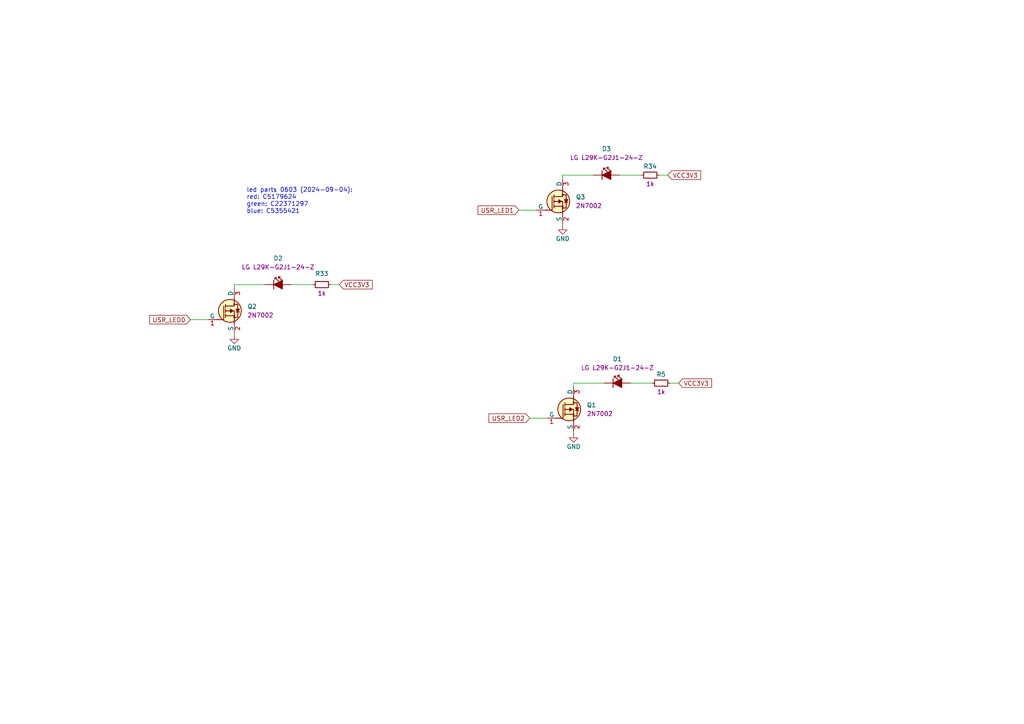
<source format=kicad_sch>
(kicad_sch (version 20230121) (generator eeschema)
  (paper "A4")
  (lib_symbols
    (symbol "2N7002_SOT-23-3_2" (pin_names (offset 0))
      (property "Reference" "Q" (at 22.86 -5.08 0))
      (property "Value" "2N7002_SOT-23-3_2" (at 22.86 -7.62 0))
      (symbol "2N7002_SOT-23-3_2_1_1"
        (polyline (pts (xy 5.08 1.143) (xy 5.08 0.635)) (stroke (width 0.254)) (fill (type background)))
        (polyline (pts (xy 5.08 1.143) (xy 5.08 1.651)) (stroke (width 0.254)) (fill (type background)))
        (polyline (pts (xy 5.08 2.54) (xy 5.08 2.032)) (stroke (width 0.254)) (fill (type background)))
        (polyline (pts (xy 5.08 2.54) (xy 5.08 3.048)) (stroke (width 0.254)) (fill (type background)))
        (polyline (pts (xy 5.08 4.445) (xy 5.08 3.429)) (stroke (width 0.254)) (fill (type background)))
        (polyline (pts (xy 7.62 1.143) (xy 5.08 1.143)) (stroke (width 0.254)) (fill (type background)))
        (polyline (pts (xy 9.144 2.2352) (xy 8.128 2.2352)) (stroke (width 0.254)) (fill (type background)))
        (polyline (pts (xy 2.54 0) (xy 4.572 0) (xy 4.572 3.937)) (stroke (width 0.254)))
        (polyline (pts (xy 7.62 -1.27) (xy 7.62 2.54) (xy 5.08 2.54)) (stroke (width 0.254)) (fill (type background)))
        (polyline (pts (xy 7.62 6.35) (xy 7.62 3.937) (xy 5.08 3.937)) (stroke (width 0.254)))
        (polyline (pts (xy 7.239 2.54) (xy 6.477 3.048) (xy 6.477 2.032) (xy 7.239 2.54)) (stroke (width 0.254)) (fill (type outline)))
        (polyline (pts (xy 8.636 2.286) (xy 8.128 3.048) (xy 9.144 3.048) (xy 8.636 2.286)) (stroke (width 0.254)) (fill (type outline)))
        (polyline (pts (xy 7.493 0.635) (xy 8.636 0.635) (xy 8.636 3.937) (xy 8.636 4.445) (xy 7.493 4.445)) (stroke (width 0.254)) (fill (type background)))
        (circle (center 6.35 2.54) (radius 3.302) (stroke (width 0.254)) (fill (type background)))
        (circle (center 7.62 0.635) (radius 0.127) (stroke (width 0.254)) (fill (type background)))
        (circle (center 7.62 1.143) (radius 0.127) (stroke (width 0.254)) (fill (type background)))
        (circle (center 7.62 4.445) (radius 0.127) (stroke (width 0.254)) (fill (type background)))
        (pin passive line (at 0 0 0) (length 2.54) (name "G") (number "1"))
        (pin passive line (at 7.62 -3.81 90) (length 2.54) (name "S") (number "2"))
        (pin passive line (at 7.62 8.89 270) (length 2.54) (name "D") (number "3"))
      )
    )
    (symbol "LED_G_0603_LG_L29K-G2J1-24-Z_3" (pin_numbers hide) (pin_names hide)
      (property "Reference" "D" (at 22.86 -5.08 0))
      (property "Value" "LED_G_0603_LG_L29K-G2J1-24-Z_3" (at 22.86 -7.62 0))
      (symbol "LED_G_0603_LG_L29K-G2J1-24-Z_3_1_1"
        (polyline (pts (xy 5.08 1.27) (xy 5.08 -1.27)) (stroke (width 0.254)))
        (polyline (pts (xy 2.54 1.27) (xy 2.54 -1.27) (xy 5.08 0) (xy 2.54 1.27)) (stroke (width 0.254)) (fill (type outline)))
        (polyline (pts (xy 3.683 2.286) (xy 3.683 1.778) (xy 3.683 2.286) (xy 3.175 2.286) (xy 3.683 2.286) (xy 2.794 1.397)) (stroke (width 0.254)))
        (polyline (pts (xy 4.699 2.032) (xy 4.699 1.524) (xy 4.699 2.032) (xy 4.191 2.032) (xy 4.699 2.032) (xy 3.683 1.016)) (stroke (width 0.254)))
        (pin passive line (at 0 0 0) (length 2.54) (name "~") (number "1"))
        (pin passive line (at 7.62 0 180) (length 2.54) (name "2") (number "2"))
      )
    )
    (symbol "LED_G_0603_LG_L29K-G2J1-24-Z_4" (pin_numbers hide) (pin_names hide)
      (property "Reference" "D" (at 22.86 -5.08 0))
      (property "Value" "LED_G_0603_LG_L29K-G2J1-24-Z_4" (at 22.86 -7.62 0))
      (symbol "LED_G_0603_LG_L29K-G2J1-24-Z_4_1_1"
        (polyline (pts (xy 5.08 1.27) (xy 5.08 -1.27)) (stroke (width 0.254)))
        (polyline (pts (xy 2.54 1.27) (xy 2.54 -1.27) (xy 5.08 0) (xy 2.54 1.27)) (stroke (width 0.254)) (fill (type outline)))
        (polyline (pts (xy 3.683 2.286) (xy 3.683 1.778) (xy 3.683 2.286) (xy 3.175 2.286) (xy 3.683 2.286) (xy 2.794 1.397)) (stroke (width 0.254)))
        (polyline (pts (xy 4.699 2.032) (xy 4.699 1.524) (xy 4.699 2.032) (xy 4.191 2.032) (xy 4.699 2.032) (xy 3.683 1.016)) (stroke (width 0.254)))
        (pin passive line (at 0 0 0) (length 2.54) (name "~") (number "1"))
        (pin passive line (at 7.62 0 180) (length 2.54) (name "2") (number "2"))
      )
    )
    (symbol "R_1k_0402_3" (pin_numbers hide) (pin_names hide)
      (property "Reference" "R" (at 20.32 -5.08 0))
      (property "Val" "1k" (at 20.32 -7.62 0))
      (symbol "R_1k_0402_3_0_1"
        (rectangle (start 0.635 0.889) (end 4.445 -0.889) (stroke (width 0.254)))
      )
      (symbol "R_1k_0402_3_1_1"
        (pin passive line (at 0 0 0) (length 0.635) (name "~") (number "1"))
        (pin passive line (at 5.08 0 180) (length 0.635) (name "~") (number "2"))
      )
    )
    (symbol "R_1k_0402_4" (pin_numbers hide) (pin_names hide)
      (property "Reference" "R" (at 20.32 -5.08 0))
      (property "Val" "1k" (at 20.32 -7.62 0))
      (symbol "R_1k_0402_4_0_1"
        (rectangle (start 0.635 0.889) (end 4.445 -0.889) (stroke (width 0.254)))
      )
      (symbol "R_1k_0402_4_1_1"
        (pin passive line (at 0 0 0) (length 0.635) (name "~") (number "1"))
        (pin passive line (at 5.08 0 180) (length 0.635) (name "~") (number "2"))
      )
    )
    (symbol "R_1k_0402_5" (pin_numbers hide) (pin_names hide)
      (property "Reference" "R" (at 20.32 -5.08 0))
      (property "Val" "1k" (at 20.32 -7.62 0))
      (symbol "R_1k_0402_5_0_1"
        (rectangle (start 0.635 0.889) (end 4.445 -0.889) (stroke (width 0.254)))
      )
      (symbol "R_1k_0402_5_1_1"
        (pin passive line (at 0 0 0) (length 0.635) (name "~") (number "1"))
        (pin passive line (at 5.08 0 180) (length 0.635) (name "~") (number "2"))
      )
    )
    (symbol "antmicroLEDIndicationDiscrete:LED_G_0603_LG_L29K-G2J1-24-Z" (pin_numbers hide) (pin_names hide)
      (property "Reference" "D" (at 22.86 -5.08 0))
      (property "Value" "LED_G_0603_LG_L29K-G2J1-24-Z" (at 22.86 -7.62 0))
      (symbol "LED_G_0603_LG_L29K-G2J1-24-Z_1_1"
        (polyline (pts (xy 5.08 1.27) (xy 5.08 -1.27)) (stroke (width 0.254)))
        (polyline (pts (xy 2.54 1.27) (xy 2.54 -1.27) (xy 5.08 0) (xy 2.54 1.27)) (stroke (width 0.254)) (fill (type outline)))
        (polyline (pts (xy 3.683 2.286) (xy 3.683 1.778) (xy 3.683 2.286) (xy 3.175 2.286) (xy 3.683 2.286) (xy 2.794 1.397)) (stroke (width 0.254)))
        (polyline (pts (xy 4.699 2.032) (xy 4.699 1.524) (xy 4.699 2.032) (xy 4.191 2.032) (xy 4.699 2.032) (xy 3.683 1.016)) (stroke (width 0.254)))
        (pin passive line (at 0 0 0) (length 2.54) (name "~") (number "1"))
        (pin passive line (at 7.62 0 180) (length 2.54) (name "2") (number "2"))
      )
    )
    (symbol "antmicroTransistorsFETsMOSFETsSingle:2N7002_SOT-23-3" (pin_names (offset 0))
      (property "Reference" "Q" (at 22.86 -5.08 0))
      (property "Value" "2N7002_SOT-23-3" (at 22.86 -7.62 0))
      (symbol "2N7002_SOT-23-3_1_1"
        (polyline (pts (xy 5.08 1.143) (xy 5.08 0.635)) (stroke (width 0.254)) (fill (type background)))
        (polyline (pts (xy 5.08 1.143) (xy 5.08 1.651)) (stroke (width 0.254)) (fill (type background)))
        (polyline (pts (xy 5.08 2.54) (xy 5.08 2.032)) (stroke (width 0.254)) (fill (type background)))
        (polyline (pts (xy 5.08 2.54) (xy 5.08 3.048)) (stroke (width 0.254)) (fill (type background)))
        (polyline (pts (xy 5.08 4.445) (xy 5.08 3.429)) (stroke (width 0.254)) (fill (type background)))
        (polyline (pts (xy 7.62 1.143) (xy 5.08 1.143)) (stroke (width 0.254)) (fill (type background)))
        (polyline (pts (xy 9.144 2.2352) (xy 8.128 2.2352)) (stroke (width 0.254)) (fill (type background)))
        (polyline (pts (xy 2.54 0) (xy 4.572 0) (xy 4.572 3.937)) (stroke (width 0.254)))
        (polyline (pts (xy 7.62 -1.27) (xy 7.62 2.54) (xy 5.08 2.54)) (stroke (width 0.254)) (fill (type background)))
        (polyline (pts (xy 7.62 6.35) (xy 7.62 3.937) (xy 5.08 3.937)) (stroke (width 0.254)))
        (polyline (pts (xy 7.239 2.54) (xy 6.477 3.048) (xy 6.477 2.032) (xy 7.239 2.54)) (stroke (width 0.254)) (fill (type outline)))
        (polyline (pts (xy 8.636 2.286) (xy 8.128 3.048) (xy 9.144 3.048) (xy 8.636 2.286)) (stroke (width 0.254)) (fill (type outline)))
        (polyline (pts (xy 7.493 0.635) (xy 8.636 0.635) (xy 8.636 3.937) (xy 8.636 4.445) (xy 7.493 4.445)) (stroke (width 0.254)) (fill (type background)))
        (circle (center 6.35 2.54) (radius 3.302) (stroke (width 0.254)) (fill (type background)))
        (circle (center 7.62 0.635) (radius 0.127) (stroke (width 0.254)) (fill (type background)))
        (circle (center 7.62 1.143) (radius 0.127) (stroke (width 0.254)) (fill (type background)))
        (circle (center 7.62 4.445) (radius 0.127) (stroke (width 0.254)) (fill (type background)))
        (pin passive line (at 0 0 0) (length 2.54) (name "G") (number "1"))
        (pin passive line (at 7.62 -3.81 90) (length 2.54) (name "S") (number "2"))
        (pin passive line (at 7.62 8.89 270) (length 2.54) (name "D") (number "3"))
      )
    )
    (symbol "antmicropower:GND" (power) (pin_numbers hide) (pin_names hide)
      (property "Value" "GND" (at 8.89 -5.08 0))
      (symbol "GND_1_1"
        (polyline (pts (xy 0 0) (xy 0 -1.27) (xy 1.27 -1.27) (xy 0 -2.54) (xy -1.27 -1.27) (xy 0 -1.27)))
        (pin power_in line (at 0 0 270) (length 0) (name "GND") (number "1"))
      )
    )
  )
  (wire (pts (xy 163.195 50.8) (xy 172.085 50.8)))
  (wire (pts (xy 194.31 111.125) (xy 196.85 111.125)))
  (wire (pts (xy 67.945 82.55) (xy 67.945 83.82)))
  (wire (pts (xy 191.135 50.8) (xy 193.675 50.8)))
  (wire (pts (xy 182.88 111.125) (xy 189.23 111.125)))
  (wire (pts (xy 166.37 111.125) (xy 166.37 112.395)))
  (wire (pts (xy 55.245 92.71) (xy 60.325 92.71)))
  (wire (pts (xy 95.885 82.55) (xy 98.425 82.55)))
  (wire (pts (xy 67.945 82.55) (xy 76.835 82.55)))
  (wire (pts (xy 67.945 96.52) (xy 67.945 97.155)))
  (wire (pts (xy 163.195 50.8) (xy 163.195 52.07)))
  (wire (pts (xy 84.455 82.55) (xy 90.805 82.55)))
  (wire (pts (xy 179.705 50.8) (xy 186.055 50.8)))
  (wire (pts (xy 163.195 64.77) (xy 163.195 65.405)))
  (wire (pts (xy 150.495 60.96) (xy 155.575 60.96)))
  (wire (pts (xy 153.67 121.285) (xy 158.75 121.285)))
  (wire (pts (xy 166.37 125.095) (xy 166.37 125.73)))
  (wire (pts (xy 166.37 111.125) (xy 175.26 111.125)))
  (text "led parts 0603 (2024-09-04):\nred: C5179624\ngreen: C22371297\nblue: C5355421" (at 71.501 62.103 0) (effects (font (size 1.27 1.27)) (justify left bottom)))
  (global_label "VCC3V3" (shape input) (at 196.85 111.125 0) (property "Intersheetrefs" "${INTERSHEET_REFS}" (effects hide)))
  (global_label "USR_LED1" (shape input) (at 150.495 60.96 180) (property "Intersheetrefs" "${INTERSHEET_REFS}" (effects hide)))
  (global_label "VCC3V3" (shape input) (at 193.675 50.8 0) (property "Intersheetrefs" "${INTERSHEET_REFS}" (effects hide)))
  (global_label "VCC3V3" (shape input) (at 98.425 82.55 0) (property "Intersheetrefs" "${INTERSHEET_REFS}" (effects hide)))
  (global_label "USR_LED2" (shape input) (at 153.67 121.285 180) (property "Intersheetrefs" "${INTERSHEET_REFS}" (effects hide)))
  (global_label "USR_LED0" (shape input) (at 55.245 92.71 180) (property "Intersheetrefs" "${INTERSHEET_REFS}" (effects hide)))
  (symbol (lib_id "antmicropower:GND") (at 67.945 97.155 0) (unit 1)
    (property "Reference" "#PWR048" (effects hide))
    (property "Value" "GND" (at 67.945 100.965 0))
    (property "Author" "Antmicro" (effects hide))
    (property "License" "Apache-2.0" (effects hide))
  )
  (symbol (lib_id "antmicroTransistorsFETsMOSFETsSingle:2N7002_SOT-23-3") (at 155.575 60.96 0) (unit 1)
    (property "Reference" "Q3" (at 167.005 57.1499 0) (effects (justify left)))
    (property "Value" "2N7002_SOT-23-3" (effects hide))
    (property "Footprint" "antmicro-footprints:SOT-23-3" (effects hide))
    (property "Datasheet" "https://www.onsemi.com/pub/Collateral/NDS7002A-D.PDF" (effects hide))
    (property "MPN" "2N7002" (at 167.005 59.6899 0) (effects (justify left)))
    (property "Manufacturer" "ON Semiconductor" (effects hide))
    (property "Author" "Antmicro" (effects hide))
    (property "License" "Apache-2.0" (effects hide))
    (property "LCSC" "C8545" (effects hide))
  )
  (symbol (lib_name "LED_G_0603_LG_L29K-G2J1-24-Z_3") (lib_id "antmicroLEDIndicationDiscrete:LED_G_0603_LG_L29K-G2J1-24-Z") (at 84.455 82.55 0) (mirror y) (unit 1)
    (property "Reference" "D2" (at 80.645 74.93 0))
    (property "Value" "LED_G_0603_LG_L29K-G2J1-24-Z" (effects hide))
    (property "Footprint" "LED_SMD:LED_0603_1608Metric" (effects hide))
    (property "Datasheet" "https://dammedia.osram.info/media/resource/hires/osram-dam-2493945/LG%20L29K.pdf" (effects hide))
    (property "MPN" "LG L29K-G2J1-24-Z" (at 80.645 77.47 0))
    (property "Manufacturer" "Osram" (effects hide))
    (property "Author" "Antmicro" (effects hide))
    (property "License" "Apache-2.0" (effects hide))
    (property "LCSC" "C5179624" (effects hide))
  )
  (symbol (lib_name "R_1k_0402_4") (lib_id "antmicroResistors0402:R_1k_0402") (at 186.055 50.8 0) (unit 1)
    (property "Reference" "R34" (at 188.595 48.26 0))
    (property "Value" "1k" (effects hide))
    (property "Footprint" "antmicro-footprints:R_0402_1005Metric" (effects hide))
    (property "Datasheet" "https://www.bourns.com/docs/product-datasheets/cr.pdf" (effects hide))
    (property "Manufacturer" "Bourns" (effects hide))
    (property "MPN" "CR0402-FX-1001GLF" (effects hide))
    (property "Val" "1k" (at 188.595 53.34 0))
    (property "License" "Apache-2.0" (effects hide))
    (property "Author" "Antmicro" (effects hide))
    (property "Tolerance" "1%" (effects hide))
    (property "LCSC" "C11702" (effects hide))
  )
  (symbol (lib_name "LED_G_0603_LG_L29K-G2J1-24-Z_4") (lib_id "antmicroLEDIndicationDiscrete:LED_G_0603_LG_L29K-G2J1-24-Z") (at 179.705 50.8 0) (mirror y) (unit 1)
    (property "Reference" "D3" (at 175.895 43.18 0))
    (property "Value" "LED_G_0603_LG_L29K-G2J1-24-Z" (effects hide))
    (property "Footprint" "LED_SMD:LED_0603_1608Metric" (effects hide))
    (property "Datasheet" "https://dammedia.osram.info/media/resource/hires/osram-dam-2493945/LG%20L29K.pdf" (effects hide))
    (property "MPN" "LG L29K-G2J1-24-Z" (at 175.895 45.72 0))
    (property "Manufacturer" "Osram" (effects hide))
    (property "Author" "Antmicro" (effects hide))
    (property "License" "Apache-2.0" (effects hide))
    (property "LCSC" "C22371297" (effects hide))
  )
  (symbol (lib_name "R_1k_0402_3") (lib_id "antmicroResistors0402:R_1k_0402") (at 90.805 82.55 0) (unit 1)
    (property "Reference" "R33" (at 93.345 79.375 0))
    (property "Value" "1k" (effects hide))
    (property "Footprint" "antmicro-footprints:R_0402_1005Metric" (effects hide))
    (property "Datasheet" "https://www.bourns.com/docs/product-datasheets/cr.pdf" (effects hide))
    (property "Manufacturer" "Bourns" (effects hide))
    (property "MPN" "CR0402-FX-1001GLF" (effects hide))
    (property "Val" "1k" (at 93.345 85.09 0))
    (property "License" "Apache-2.0" (effects hide))
    (property "Author" "Antmicro" (effects hide))
    (property "Tolerance" "1%" (effects hide))
    (property "LCSC" "C11702" (effects hide))
  )
  (symbol (lib_id "antmicroLEDIndicationDiscrete:LED_G_0603_LG_L29K-G2J1-24-Z") (at 182.88 111.125 0) (mirror y) (unit 1)
    (property "Reference" "D1" (at 179.07 104.14 0))
    (property "Value" "LED_G_0603_LG_L29K-G2J1-24-Z" (effects hide))
    (property "Footprint" "LED_SMD:LED_0603_1608Metric" (effects hide))
    (property "Datasheet" "https://dammedia.osram.info/media/resource/hires/osram-dam-2493945/LG%20L29K.pdf" (effects hide))
    (property "MPN" "LG L29K-G2J1-24-Z" (at 179.07 106.68 0))
    (property "Manufacturer" "Osram" (effects hide))
    (property "Author" "Antmicro" (effects hide))
    (property "License" "Apache-2.0" (effects hide))
    (property "LCSC" "C5355421" (effects hide))
  )
  (symbol (lib_name "R_1k_0402_5") (lib_id "antmicroResistors0402:R_1k_0402") (at 189.23 111.125 0) (unit 1)
    (property "Reference" "R5" (at 191.77 108.585 0))
    (property "Value" "1k" (effects hide))
    (property "Footprint" "antmicro-footprints:R_0402_1005Metric" (effects hide))
    (property "Datasheet" "https://www.bourns.com/docs/product-datasheets/cr.pdf" (effects hide))
    (property "Manufacturer" "Bourns" (effects hide))
    (property "MPN" "CR0402-FX-1001GLF" (effects hide))
    (property "Val" "1k" (at 191.77 113.665 0))
    (property "License" "Apache-2.0" (effects hide))
    (property "Author" "Antmicro" (effects hide))
    (property "Tolerance" "1%" (effects hide))
    (property "LCSC" "C11702" (effects hide))
  )
  (symbol (lib_name "2N7002_SOT-23-3_2") (lib_id "antmicroTransistorsFETsMOSFETsSingle:2N7002_SOT-23-3") (at 60.325 92.71 0) (unit 1)
    (property "Reference" "Q2" (at 71.755 88.8999 0) (effects (justify left)))
    (property "Value" "2N7002_SOT-23-3" (effects hide))
    (property "Footprint" "antmicro-footprints:SOT-23-3" (effects hide))
    (property "Datasheet" "https://www.onsemi.com/pub/Collateral/NDS7002A-D.PDF" (effects hide))
    (property "MPN" "2N7002" (at 71.755 91.4399 0) (effects (justify left)))
    (property "Manufacturer" "ON Semiconductor" (effects hide))
    (property "Author" "Antmicro" (effects hide))
    (property "License" "Apache-2.0" (effects hide))
    (property "LCSC" "C8545" (effects hide))
  )
  (symbol (lib_id "antmicropower:GND") (at 166.37 125.73 0) (unit 1)
    (property "Reference" "#PWR08" (effects hide))
    (property "Value" "GND" (at 166.37 129.54 0))
    (property "Author" "Antmicro" (effects hide))
    (property "License" "Apache-2.0" (effects hide))
  )
  (symbol (lib_id "antmicroTransistorsFETsMOSFETsSingle:2N7002_SOT-23-3") (at 158.75 121.285 0) (unit 1)
    (property "Reference" "Q1" (at 170.18 117.4749 0) (effects (justify left)))
    (property "Value" "2N7002_SOT-23-3" (effects hide))
    (property "Footprint" "antmicro-footprints:SOT-23-3" (effects hide))
    (property "Datasheet" "https://www.onsemi.com/pub/Collateral/NDS7002A-D.PDF" (effects hide))
    (property "MPN" "2N7002" (at 170.18 120.0149 0) (effects (justify left)))
    (property "Manufacturer" "ON Semiconductor" (effects hide))
    (property "Author" "Antmicro" (effects hide))
    (property "License" "Apache-2.0" (effects hide))
    (property "LCSC" "C8545" (effects hide))
  )
  (symbol (lib_id "antmicropower:GND") (at 163.195 65.405 0) (unit 1)
    (property "Reference" "#PWR049" (effects hide))
    (property "Value" "GND" (at 163.195 69.215 0))
    (property "Author" "Antmicro" (effects hide))
    (property "License" "Apache-2.0" (effects hide))
  )
)
</source>
